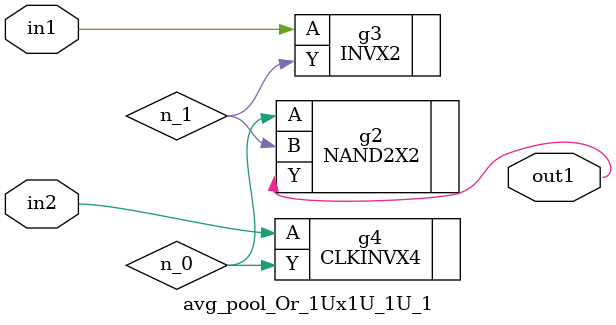
<source format=v>
`timescale 1ps / 1ps


module avg_pool_Or_1Ux1U_1U_1(in2, in1, out1);
  input in2, in1;
  output out1;
  wire in2, in1;
  wire out1;
  wire n_0, n_1;
  NAND2X2 g2(.A (n_0), .B (n_1), .Y (out1));
  INVX2 g3(.A (in1), .Y (n_1));
  CLKINVX4 g4(.A (in2), .Y (n_0));
endmodule



</source>
